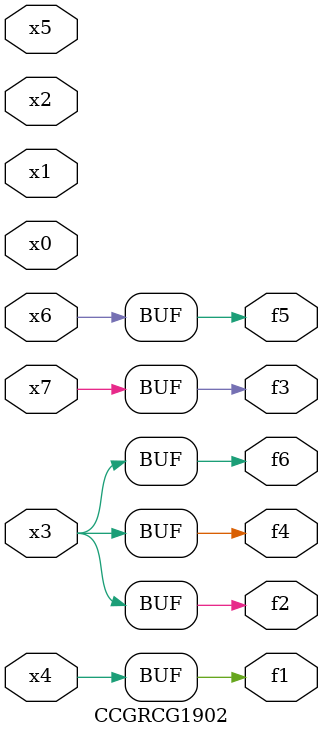
<source format=v>
module CCGRCG1902(
	input x0, x1, x2, x3, x4, x5, x6, x7,
	output f1, f2, f3, f4, f5, f6
);
	assign f1 = x4;
	assign f2 = x3;
	assign f3 = x7;
	assign f4 = x3;
	assign f5 = x6;
	assign f6 = x3;
endmodule

</source>
